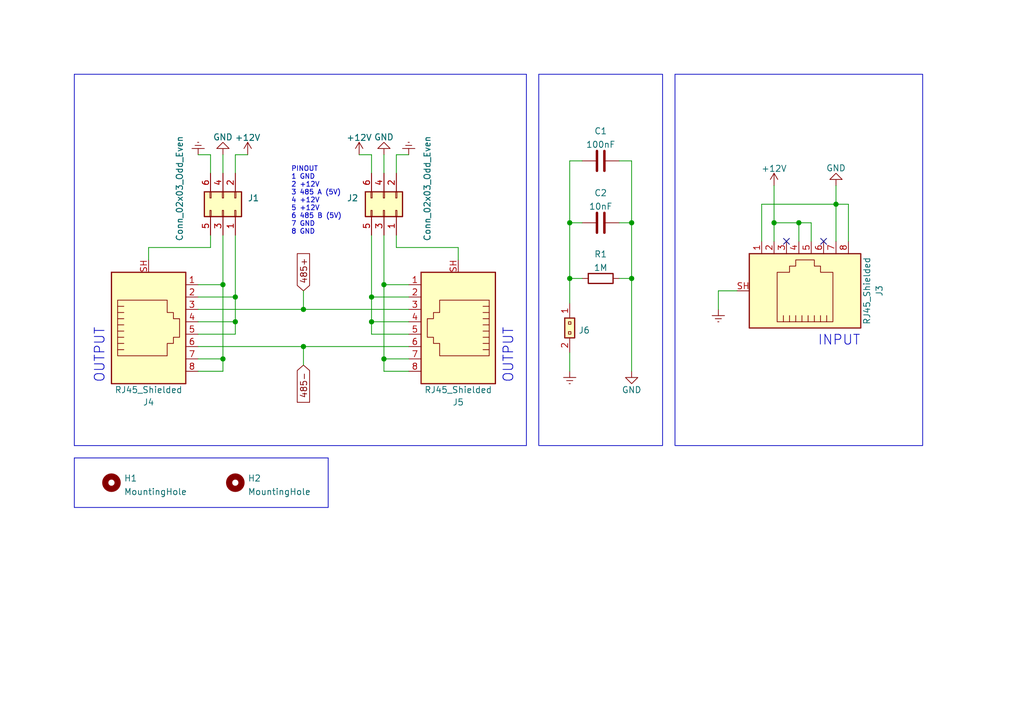
<source format=kicad_sch>
(kicad_sch (version 20230121) (generator eeschema)

  (uuid e63e39d7-6ac0-4ffd-8aa3-1841a4541b55)

  (paper "A5")

  (lib_symbols
    (symbol "Connector:RJ45_Shielded" (pin_names (offset 1.016)) (in_bom yes) (on_board yes)
      (property "Reference" "J" (at -5.08 13.97 0)
        (effects (font (size 1.27 1.27)) (justify right))
      )
      (property "Value" "RJ45_Shielded" (at 2.54 13.97 0)
        (effects (font (size 1.27 1.27)) (justify left))
      )
      (property "Footprint" "" (at 0 0.635 90)
        (effects (font (size 1.27 1.27)) hide)
      )
      (property "Datasheet" "~" (at 0 0.635 90)
        (effects (font (size 1.27 1.27)) hide)
      )
      (property "ki_keywords" "8P8C RJ female connector" (at 0 0 0)
        (effects (font (size 1.27 1.27)) hide)
      )
      (property "ki_description" "RJ connector, 8P8C (8 positions 8 connected), Shielded" (at 0 0 0)
        (effects (font (size 1.27 1.27)) hide)
      )
      (property "ki_fp_filters" "8P8C* RJ31* RJ32* RJ33* RJ34* RJ35* RJ41* RJ45* RJ49* RJ61*" (at 0 0 0)
        (effects (font (size 1.27 1.27)) hide)
      )
      (symbol "RJ45_Shielded_0_1"
        (polyline
          (pts
            (xy -5.08 4.445)
            (xy -6.35 4.445)
          )
          (stroke (width 0) (type default))
          (fill (type none))
        )
        (polyline
          (pts
            (xy -5.08 5.715)
            (xy -6.35 5.715)
          )
          (stroke (width 0) (type default))
          (fill (type none))
        )
        (polyline
          (pts
            (xy -6.35 -3.175)
            (xy -5.08 -3.175)
            (xy -5.08 -3.175)
          )
          (stroke (width 0) (type default))
          (fill (type none))
        )
        (polyline
          (pts
            (xy -6.35 -1.905)
            (xy -5.08 -1.905)
            (xy -5.08 -1.905)
          )
          (stroke (width 0) (type default))
          (fill (type none))
        )
        (polyline
          (pts
            (xy -6.35 -0.635)
            (xy -5.08 -0.635)
            (xy -5.08 -0.635)
          )
          (stroke (width 0) (type default))
          (fill (type none))
        )
        (polyline
          (pts
            (xy -6.35 0.635)
            (xy -5.08 0.635)
            (xy -5.08 0.635)
          )
          (stroke (width 0) (type default))
          (fill (type none))
        )
        (polyline
          (pts
            (xy -6.35 1.905)
            (xy -5.08 1.905)
            (xy -5.08 1.905)
          )
          (stroke (width 0) (type default))
          (fill (type none))
        )
        (polyline
          (pts
            (xy -5.08 3.175)
            (xy -6.35 3.175)
            (xy -6.35 3.175)
          )
          (stroke (width 0) (type default))
          (fill (type none))
        )
        (polyline
          (pts
            (xy -6.35 -4.445)
            (xy -6.35 6.985)
            (xy 3.81 6.985)
            (xy 3.81 4.445)
            (xy 5.08 4.445)
            (xy 5.08 3.175)
            (xy 6.35 3.175)
            (xy 6.35 -0.635)
            (xy 5.08 -0.635)
            (xy 5.08 -1.905)
            (xy 3.81 -1.905)
            (xy 3.81 -4.445)
            (xy -6.35 -4.445)
            (xy -6.35 -4.445)
          )
          (stroke (width 0) (type default))
          (fill (type none))
        )
        (rectangle (start 7.62 12.7) (end -7.62 -10.16)
          (stroke (width 0.254) (type default))
          (fill (type background))
        )
      )
      (symbol "RJ45_Shielded_1_1"
        (pin passive line (at 10.16 -7.62 180) (length 2.54)
          (name "~" (effects (font (size 1.27 1.27))))
          (number "1" (effects (font (size 1.27 1.27))))
        )
        (pin passive line (at 10.16 -5.08 180) (length 2.54)
          (name "~" (effects (font (size 1.27 1.27))))
          (number "2" (effects (font (size 1.27 1.27))))
        )
        (pin passive line (at 10.16 -2.54 180) (length 2.54)
          (name "~" (effects (font (size 1.27 1.27))))
          (number "3" (effects (font (size 1.27 1.27))))
        )
        (pin passive line (at 10.16 0 180) (length 2.54)
          (name "~" (effects (font (size 1.27 1.27))))
          (number "4" (effects (font (size 1.27 1.27))))
        )
        (pin passive line (at 10.16 2.54 180) (length 2.54)
          (name "~" (effects (font (size 1.27 1.27))))
          (number "5" (effects (font (size 1.27 1.27))))
        )
        (pin passive line (at 10.16 5.08 180) (length 2.54)
          (name "~" (effects (font (size 1.27 1.27))))
          (number "6" (effects (font (size 1.27 1.27))))
        )
        (pin passive line (at 10.16 7.62 180) (length 2.54)
          (name "~" (effects (font (size 1.27 1.27))))
          (number "7" (effects (font (size 1.27 1.27))))
        )
        (pin passive line (at 10.16 10.16 180) (length 2.54)
          (name "~" (effects (font (size 1.27 1.27))))
          (number "8" (effects (font (size 1.27 1.27))))
        )
        (pin passive line (at 0 -12.7 90) (length 2.54)
          (name "~" (effects (font (size 1.27 1.27))))
          (number "SH" (effects (font (size 1.27 1.27))))
        )
      )
    )
    (symbol "Connector_Generic:Conn_02x03_Odd_Even" (pin_names (offset 1.016) hide) (in_bom yes) (on_board yes)
      (property "Reference" "J" (at 1.27 5.08 0)
        (effects (font (size 1.27 1.27)))
      )
      (property "Value" "Conn_02x03_Odd_Even" (at 1.27 -5.08 0)
        (effects (font (size 1.27 1.27)))
      )
      (property "Footprint" "" (at 0 0 0)
        (effects (font (size 1.27 1.27)) hide)
      )
      (property "Datasheet" "~" (at 0 0 0)
        (effects (font (size 1.27 1.27)) hide)
      )
      (property "ki_keywords" "connector" (at 0 0 0)
        (effects (font (size 1.27 1.27)) hide)
      )
      (property "ki_description" "Generic connector, double row, 02x03, odd/even pin numbering scheme (row 1 odd numbers, row 2 even numbers), script generated (kicad-library-utils/schlib/autogen/connector/)" (at 0 0 0)
        (effects (font (size 1.27 1.27)) hide)
      )
      (property "ki_fp_filters" "Connector*:*_2x??_*" (at 0 0 0)
        (effects (font (size 1.27 1.27)) hide)
      )
      (symbol "Conn_02x03_Odd_Even_1_1"
        (rectangle (start -1.27 -2.413) (end 0 -2.667)
          (stroke (width 0.1524) (type default))
          (fill (type none))
        )
        (rectangle (start -1.27 0.127) (end 0 -0.127)
          (stroke (width 0.1524) (type default))
          (fill (type none))
        )
        (rectangle (start -1.27 2.667) (end 0 2.413)
          (stroke (width 0.1524) (type default))
          (fill (type none))
        )
        (rectangle (start -1.27 3.81) (end 3.81 -3.81)
          (stroke (width 0.254) (type default))
          (fill (type background))
        )
        (rectangle (start 3.81 -2.413) (end 2.54 -2.667)
          (stroke (width 0.1524) (type default))
          (fill (type none))
        )
        (rectangle (start 3.81 0.127) (end 2.54 -0.127)
          (stroke (width 0.1524) (type default))
          (fill (type none))
        )
        (rectangle (start 3.81 2.667) (end 2.54 2.413)
          (stroke (width 0.1524) (type default))
          (fill (type none))
        )
        (pin passive line (at -5.08 2.54 0) (length 3.81)
          (name "Pin_1" (effects (font (size 1.27 1.27))))
          (number "1" (effects (font (size 1.27 1.27))))
        )
        (pin passive line (at 7.62 2.54 180) (length 3.81)
          (name "Pin_2" (effects (font (size 1.27 1.27))))
          (number "2" (effects (font (size 1.27 1.27))))
        )
        (pin passive line (at -5.08 0 0) (length 3.81)
          (name "Pin_3" (effects (font (size 1.27 1.27))))
          (number "3" (effects (font (size 1.27 1.27))))
        )
        (pin passive line (at 7.62 0 180) (length 3.81)
          (name "Pin_4" (effects (font (size 1.27 1.27))))
          (number "4" (effects (font (size 1.27 1.27))))
        )
        (pin passive line (at -5.08 -2.54 0) (length 3.81)
          (name "Pin_5" (effects (font (size 1.27 1.27))))
          (number "5" (effects (font (size 1.27 1.27))))
        )
        (pin passive line (at 7.62 -2.54 180) (length 3.81)
          (name "Pin_6" (effects (font (size 1.27 1.27))))
          (number "6" (effects (font (size 1.27 1.27))))
        )
      )
    )
    (symbol "Device:C" (pin_numbers hide) (pin_names (offset 0.254)) (in_bom yes) (on_board yes)
      (property "Reference" "C" (at 0.635 2.54 0)
        (effects (font (size 1.27 1.27)) (justify left))
      )
      (property "Value" "C" (at 0.635 -2.54 0)
        (effects (font (size 1.27 1.27)) (justify left))
      )
      (property "Footprint" "" (at 0.9652 -3.81 0)
        (effects (font (size 1.27 1.27)) hide)
      )
      (property "Datasheet" "~" (at 0 0 0)
        (effects (font (size 1.27 1.27)) hide)
      )
      (property "ki_keywords" "cap capacitor" (at 0 0 0)
        (effects (font (size 1.27 1.27)) hide)
      )
      (property "ki_description" "Unpolarized capacitor" (at 0 0 0)
        (effects (font (size 1.27 1.27)) hide)
      )
      (property "ki_fp_filters" "C_*" (at 0 0 0)
        (effects (font (size 1.27 1.27)) hide)
      )
      (symbol "C_0_1"
        (polyline
          (pts
            (xy -2.032 -0.762)
            (xy 2.032 -0.762)
          )
          (stroke (width 0.508) (type default))
          (fill (type none))
        )
        (polyline
          (pts
            (xy -2.032 0.762)
            (xy 2.032 0.762)
          )
          (stroke (width 0.508) (type default))
          (fill (type none))
        )
      )
      (symbol "C_1_1"
        (pin passive line (at 0 3.81 270) (length 2.794)
          (name "~" (effects (font (size 1.27 1.27))))
          (number "1" (effects (font (size 1.27 1.27))))
        )
        (pin passive line (at 0 -3.81 90) (length 2.794)
          (name "~" (effects (font (size 1.27 1.27))))
          (number "2" (effects (font (size 1.27 1.27))))
        )
      )
    )
    (symbol "Device:R" (pin_numbers hide) (pin_names (offset 0)) (in_bom yes) (on_board yes)
      (property "Reference" "R" (at 2.032 0 90)
        (effects (font (size 1.27 1.27)))
      )
      (property "Value" "R" (at 0 0 90)
        (effects (font (size 1.27 1.27)))
      )
      (property "Footprint" "" (at -1.778 0 90)
        (effects (font (size 1.27 1.27)) hide)
      )
      (property "Datasheet" "~" (at 0 0 0)
        (effects (font (size 1.27 1.27)) hide)
      )
      (property "ki_keywords" "R res resistor" (at 0 0 0)
        (effects (font (size 1.27 1.27)) hide)
      )
      (property "ki_description" "Resistor" (at 0 0 0)
        (effects (font (size 1.27 1.27)) hide)
      )
      (property "ki_fp_filters" "R_*" (at 0 0 0)
        (effects (font (size 1.27 1.27)) hide)
      )
      (symbol "R_0_1"
        (rectangle (start -1.016 -2.54) (end 1.016 2.54)
          (stroke (width 0.254) (type default))
          (fill (type none))
        )
      )
      (symbol "R_1_1"
        (pin passive line (at 0 3.81 270) (length 1.27)
          (name "~" (effects (font (size 1.27 1.27))))
          (number "1" (effects (font (size 1.27 1.27))))
        )
        (pin passive line (at 0 -3.81 90) (length 1.27)
          (name "~" (effects (font (size 1.27 1.27))))
          (number "2" (effects (font (size 1.27 1.27))))
        )
      )
    )
    (symbol "Mechanical:MountingHole" (pin_names (offset 1.016)) (in_bom yes) (on_board yes)
      (property "Reference" "H" (at 0 5.08 0)
        (effects (font (size 1.27 1.27)))
      )
      (property "Value" "MountingHole" (at 0 3.175 0)
        (effects (font (size 1.27 1.27)))
      )
      (property "Footprint" "" (at 0 0 0)
        (effects (font (size 1.27 1.27)) hide)
      )
      (property "Datasheet" "~" (at 0 0 0)
        (effects (font (size 1.27 1.27)) hide)
      )
      (property "ki_keywords" "mounting hole" (at 0 0 0)
        (effects (font (size 1.27 1.27)) hide)
      )
      (property "ki_description" "Mounting Hole without connection" (at 0 0 0)
        (effects (font (size 1.27 1.27)) hide)
      )
      (property "ki_fp_filters" "MountingHole*" (at 0 0 0)
        (effects (font (size 1.27 1.27)) hide)
      )
      (symbol "MountingHole_0_1"
        (circle (center 0 0) (radius 1.27)
          (stroke (width 1.27) (type default))
          (fill (type none))
        )
      )
    )
    (symbol "kiu:1x02_Jumper" (in_bom yes) (on_board yes)
      (property "Reference" "J" (at 0 2.54 0)
        (effects (font (size 1.27 1.27)))
      )
      (property "Value" "1x02_Jumper" (at 0 -2.54 0)
        (effects (font (size 1.27 1.27)) hide)
      )
      (property "Footprint" "" (at 0 0 0)
        (effects (font (size 1.27 1.27)) hide)
      )
      (property "Datasheet" "" (at 0 0 0)
        (effects (font (size 1.27 1.27)) hide)
      )
      (symbol "1x02_Jumper_0_1"
        (rectangle (start -1.27 0.254) (end -0.762 -0.254)
          (stroke (width 0.1524) (type default))
          (fill (type none))
        )
        (rectangle (start 0.762 0.254) (end 1.27 -0.254)
          (stroke (width 0.1524) (type default))
          (fill (type none))
        )
      )
      (symbol "1x02_Jumper_1_1"
        (rectangle (start -2.032 1.016) (end 2.032 -1.016)
          (stroke (width 0.254) (type default))
          (fill (type background))
        )
        (pin passive line (at -5.08 0 0) (length 3.04)
          (name "" (effects (font (size 1.27 1.27))))
          (number "1" (effects (font (size 1.27 1.27))))
        )
        (pin passive line (at 5.08 0 180) (length 3.04)
          (name "" (effects (font (size 1.27 1.27))))
          (number "2" (effects (font (size 1.27 1.27))))
        )
      )
    )
    (symbol "power:+12V" (power) (pin_names (offset 0)) (in_bom yes) (on_board yes)
      (property "Reference" "#PWR" (at 0 -3.81 0)
        (effects (font (size 1.27 1.27)) hide)
      )
      (property "Value" "+12V" (at 0 3.556 0)
        (effects (font (size 1.27 1.27)))
      )
      (property "Footprint" "" (at 0 0 0)
        (effects (font (size 1.27 1.27)) hide)
      )
      (property "Datasheet" "" (at 0 0 0)
        (effects (font (size 1.27 1.27)) hide)
      )
      (property "ki_keywords" "global power" (at 0 0 0)
        (effects (font (size 1.27 1.27)) hide)
      )
      (property "ki_description" "Power symbol creates a global label with name \"+12V\"" (at 0 0 0)
        (effects (font (size 1.27 1.27)) hide)
      )
      (symbol "+12V_0_1"
        (polyline
          (pts
            (xy -0.762 1.27)
            (xy 0 2.54)
          )
          (stroke (width 0) (type default))
          (fill (type none))
        )
        (polyline
          (pts
            (xy 0 0)
            (xy 0 2.54)
          )
          (stroke (width 0) (type default))
          (fill (type none))
        )
        (polyline
          (pts
            (xy 0 2.54)
            (xy 0.762 1.27)
          )
          (stroke (width 0) (type default))
          (fill (type none))
        )
      )
      (symbol "+12V_1_1"
        (pin power_in line (at 0 0 90) (length 0) hide
          (name "+12V" (effects (font (size 1.27 1.27))))
          (number "1" (effects (font (size 1.27 1.27))))
        )
      )
    )
    (symbol "power:Earth" (power) (pin_names (offset 0)) (in_bom yes) (on_board yes)
      (property "Reference" "#PWR" (at 0 -6.35 0)
        (effects (font (size 1.27 1.27)) hide)
      )
      (property "Value" "Earth" (at 0 -3.81 0)
        (effects (font (size 1.27 1.27)) hide)
      )
      (property "Footprint" "" (at 0 0 0)
        (effects (font (size 1.27 1.27)) hide)
      )
      (property "Datasheet" "~" (at 0 0 0)
        (effects (font (size 1.27 1.27)) hide)
      )
      (property "ki_keywords" "power-flag ground gnd" (at 0 0 0)
        (effects (font (size 1.27 1.27)) hide)
      )
      (property "ki_description" "Power symbol creates a global label with name \"Earth\"" (at 0 0 0)
        (effects (font (size 1.27 1.27)) hide)
      )
      (symbol "Earth_0_1"
        (polyline
          (pts
            (xy -0.635 -1.905)
            (xy 0.635 -1.905)
          )
          (stroke (width 0) (type default))
          (fill (type none))
        )
        (polyline
          (pts
            (xy -0.127 -2.54)
            (xy 0.127 -2.54)
          )
          (stroke (width 0) (type default))
          (fill (type none))
        )
        (polyline
          (pts
            (xy 0 -1.27)
            (xy 0 0)
          )
          (stroke (width 0) (type default))
          (fill (type none))
        )
        (polyline
          (pts
            (xy 1.27 -1.27)
            (xy -1.27 -1.27)
          )
          (stroke (width 0) (type default))
          (fill (type none))
        )
      )
      (symbol "Earth_1_1"
        (pin power_in line (at 0 0 270) (length 0) hide
          (name "Earth" (effects (font (size 1.27 1.27))))
          (number "1" (effects (font (size 1.27 1.27))))
        )
      )
    )
    (symbol "power:GND" (power) (pin_names (offset 0)) (in_bom yes) (on_board yes)
      (property "Reference" "#PWR" (at 0 -6.35 0)
        (effects (font (size 1.27 1.27)) hide)
      )
      (property "Value" "GND" (at 0 -3.81 0)
        (effects (font (size 1.27 1.27)))
      )
      (property "Footprint" "" (at 0 0 0)
        (effects (font (size 1.27 1.27)) hide)
      )
      (property "Datasheet" "" (at 0 0 0)
        (effects (font (size 1.27 1.27)) hide)
      )
      (property "ki_keywords" "power-flag" (at 0 0 0)
        (effects (font (size 1.27 1.27)) hide)
      )
      (property "ki_description" "Power symbol creates a global label with name \"GND\" , ground" (at 0 0 0)
        (effects (font (size 1.27 1.27)) hide)
      )
      (symbol "GND_0_1"
        (polyline
          (pts
            (xy 0 0)
            (xy 0 -1.27)
            (xy 1.27 -1.27)
            (xy 0 -2.54)
            (xy -1.27 -1.27)
            (xy 0 -1.27)
          )
          (stroke (width 0) (type default))
          (fill (type none))
        )
      )
      (symbol "GND_1_1"
        (pin power_in line (at 0 0 270) (length 0) hide
          (name "GND" (effects (font (size 1.27 1.27))))
          (number "1" (effects (font (size 1.27 1.27))))
        )
      )
    )
  )

  (junction (at 78.74 58.42) (diameter 0) (color 0 0 0 0)
    (uuid 1aaed0d9-f778-481d-85d4-fdea37623d13)
  )
  (junction (at 62.23 63.5) (diameter 0) (color 0 0 0 0)
    (uuid 280dc5a3-42bd-46e6-a420-28246279bc5a)
  )
  (junction (at 76.2 66.04) (diameter 0) (color 0 0 0 0)
    (uuid 34ae0894-a75f-46c9-bbf7-e00a5bd02536)
  )
  (junction (at 62.23 71.12) (diameter 0) (color 0 0 0 0)
    (uuid 40f9af0c-d013-423a-916c-d4281e7b4853)
  )
  (junction (at 163.83 45.72) (diameter 0) (color 0 0 0 0)
    (uuid 5322af5c-f984-4c0b-8a7a-339fd16618c0)
  )
  (junction (at 78.74 73.66) (diameter 0) (color 0 0 0 0)
    (uuid 559ff4f7-6f8b-4b67-8202-b7320fb71b85)
  )
  (junction (at 76.2 60.96) (diameter 0) (color 0 0 0 0)
    (uuid 55c7b09d-c377-4a94-9a0d-5ea8bfebcc4c)
  )
  (junction (at 48.26 60.96) (diameter 0) (color 0 0 0 0)
    (uuid 6ccba65a-4335-4d09-9846-c1837ed23bfc)
  )
  (junction (at 129.54 45.72) (diameter 0) (color 0 0 0 0)
    (uuid 721670ed-bc88-4788-8aec-eb7911c5c8fd)
  )
  (junction (at 171.45 41.91) (diameter 0) (color 0 0 0 0)
    (uuid 76dcff34-cc6c-46f7-a4f5-65e26530deb6)
  )
  (junction (at 116.84 57.15) (diameter 0) (color 0 0 0 0)
    (uuid 77514ba1-9a6b-4251-b0eb-81c10e251b9e)
  )
  (junction (at 116.84 45.72) (diameter 0) (color 0 0 0 0)
    (uuid 80eafd0c-79fb-4cb6-a575-e999ff693e07)
  )
  (junction (at 45.72 58.42) (diameter 0) (color 0 0 0 0)
    (uuid 9020d967-3f34-413a-a2ed-85f6b1ed99f9)
  )
  (junction (at 129.54 57.15) (diameter 0) (color 0 0 0 0)
    (uuid 92711fc8-27e9-4777-bd45-eb494ec2a330)
  )
  (junction (at 45.72 73.66) (diameter 0) (color 0 0 0 0)
    (uuid b3c96d0b-6464-4d78-b7d0-de99ba897a87)
  )
  (junction (at 48.26 66.04) (diameter 0) (color 0 0 0 0)
    (uuid ba161faf-f8d0-410e-929d-dcbbd87e6a7e)
  )
  (junction (at 158.75 45.72) (diameter 0) (color 0 0 0 0)
    (uuid ec92fa4f-b590-4bf9-93ac-dbc47b42099d)
  )

  (no_connect (at 161.29 49.53) (uuid 35fc4d2b-446e-4dc7-8224-020db2642339))
  (no_connect (at 168.91 49.53) (uuid ad378553-a0b5-4a25-8d7e-1a42565b09bd))

  (wire (pts (xy 40.64 76.2) (xy 45.72 76.2))
    (stroke (width 0) (type default))
    (uuid 02752e87-8afa-490d-816e-cae41536f04d)
  )
  (wire (pts (xy 171.45 41.91) (xy 171.45 49.53))
    (stroke (width 0) (type default))
    (uuid 03636054-d574-4a70-8586-594b1e2f4bf7)
  )
  (wire (pts (xy 48.26 68.58) (xy 48.26 66.04))
    (stroke (width 0) (type default))
    (uuid 036d89e8-a787-4cc4-86e2-6951effe0326)
  )
  (wire (pts (xy 40.64 73.66) (xy 45.72 73.66))
    (stroke (width 0) (type default))
    (uuid 056f5d0c-9200-4da1-ad1b-c7b88c33edff)
  )
  (wire (pts (xy 129.54 57.15) (xy 129.54 76.2))
    (stroke (width 0) (type default))
    (uuid 0815c40d-dd92-4b2f-8c01-a41c39509e80)
  )
  (polyline (pts (xy 67.31 104.14) (xy 67.31 93.98))
    (stroke (width 0) (type default))
    (uuid 0ce3f431-f2f6-4b39-a635-a3cb8101c61a)
  )
  (polyline (pts (xy 15.24 93.98) (xy 15.24 104.14))
    (stroke (width 0) (type default))
    (uuid 14878aa3-f7e5-4e5a-86c9-c763b6e91692)
  )

  (wire (pts (xy 78.74 73.66) (xy 78.74 76.2))
    (stroke (width 0) (type default))
    (uuid 18c2b025-f4fa-4998-b773-fd64c5d5f82d)
  )
  (wire (pts (xy 76.2 60.96) (xy 76.2 66.04))
    (stroke (width 0) (type default))
    (uuid 1da94f4c-7452-4695-ae6a-be6c8c28382c)
  )
  (wire (pts (xy 127 33.02) (xy 129.54 33.02))
    (stroke (width 0) (type default))
    (uuid 241f0f98-a45b-432f-83f3-497a06a72493)
  )
  (wire (pts (xy 62.23 59.69) (xy 62.23 63.5))
    (stroke (width 0) (type default))
    (uuid 28da4994-ff0d-4eb2-8214-8d4d33a42628)
  )
  (wire (pts (xy 40.64 63.5) (xy 62.23 63.5))
    (stroke (width 0) (type default))
    (uuid 2d3573c1-18b8-4ec2-9ce9-bea043ed0d8d)
  )
  (wire (pts (xy 173.99 49.53) (xy 173.99 41.91))
    (stroke (width 0) (type default))
    (uuid 2d5f7742-fa89-4ea9-8392-2ecdfcb72058)
  )
  (polyline (pts (xy 15.24 93.98) (xy 67.31 93.98))
    (stroke (width 0) (type default))
    (uuid 325f22b0-b331-4d4b-8098-8cad32afc7b7)
  )

  (wire (pts (xy 116.84 33.02) (xy 116.84 45.72))
    (stroke (width 0) (type default))
    (uuid 33b2d1d3-5ccd-4bbd-a2cb-5bb0d930b7d9)
  )
  (wire (pts (xy 156.21 41.91) (xy 171.45 41.91))
    (stroke (width 0) (type default))
    (uuid 3434fe2f-357e-4d25-916e-42ce04be8b8b)
  )
  (polyline (pts (xy 15.24 15.24) (xy 15.24 91.44))
    (stroke (width 0) (type default))
    (uuid 38dc56ca-4146-41b8-8aec-bd09506b5df9)
  )

  (wire (pts (xy 93.98 50.8) (xy 81.28 50.8))
    (stroke (width 0) (type default))
    (uuid 41751959-8537-473f-acfa-8b2af0060ddc)
  )
  (wire (pts (xy 158.75 38.1) (xy 158.75 45.72))
    (stroke (width 0) (type default))
    (uuid 43432abc-ee1d-480a-989d-97411a8551be)
  )
  (polyline (pts (xy 107.95 15.24) (xy 15.24 15.24))
    (stroke (width 0) (type default))
    (uuid 46365344-e7b9-4360-8a64-616fbb869d15)
  )

  (wire (pts (xy 83.82 66.04) (xy 76.2 66.04))
    (stroke (width 0) (type default))
    (uuid 4902cc2d-95ae-4dbe-b768-2b51610ebdd2)
  )
  (wire (pts (xy 78.74 31.75) (xy 78.74 35.56))
    (stroke (width 0) (type default))
    (uuid 4b65f34e-5f0b-4a73-ad3d-cf54e5585931)
  )
  (wire (pts (xy 116.84 57.15) (xy 116.84 62.23))
    (stroke (width 0) (type default))
    (uuid 4e34c7e9-3966-46b7-893d-caa652949b36)
  )
  (wire (pts (xy 40.64 66.04) (xy 48.26 66.04))
    (stroke (width 0) (type default))
    (uuid 4fdf2032-a1c9-42ee-bd55-fc4f59dace8d)
  )
  (wire (pts (xy 163.83 45.72) (xy 158.75 45.72))
    (stroke (width 0) (type default))
    (uuid 524d9c1a-bb44-4790-8e5f-107dcd49f2f2)
  )
  (wire (pts (xy 43.18 35.56) (xy 43.18 31.75))
    (stroke (width 0) (type default))
    (uuid 541309b1-480c-49eb-9bc1-71d35fbed750)
  )
  (wire (pts (xy 76.2 68.58) (xy 76.2 66.04))
    (stroke (width 0) (type default))
    (uuid 54279748-6fb1-436c-b240-b8eaea8300ab)
  )
  (wire (pts (xy 45.72 48.26) (xy 45.72 58.42))
    (stroke (width 0) (type default))
    (uuid 5bb6c67b-f34d-4f73-bc57-4635b96226ab)
  )
  (wire (pts (xy 163.83 49.53) (xy 163.83 45.72))
    (stroke (width 0) (type default))
    (uuid 5cdade65-d786-4949-bce6-b32382748d1b)
  )
  (wire (pts (xy 40.64 58.42) (xy 45.72 58.42))
    (stroke (width 0) (type default))
    (uuid 5ee89c1e-1055-4afa-b212-d47a8362c343)
  )
  (wire (pts (xy 76.2 35.56) (xy 76.2 31.75))
    (stroke (width 0) (type default))
    (uuid 6159954f-2903-41ea-87f0-4ea3cb51c92a)
  )
  (wire (pts (xy 45.72 73.66) (xy 45.72 76.2))
    (stroke (width 0) (type default))
    (uuid 62c4b9e6-bf69-4cac-bf7f-f751dfd98ea5)
  )
  (polyline (pts (xy 15.24 104.14) (xy 67.31 104.14))
    (stroke (width 0) (type default))
    (uuid 62eebd2e-0492-48b4-953c-a8a55d9037d8)
  )

  (wire (pts (xy 127 45.72) (xy 129.54 45.72))
    (stroke (width 0) (type default))
    (uuid 67bb123a-b09d-4c04-be53-c4f673e09891)
  )
  (wire (pts (xy 45.72 58.42) (xy 45.72 73.66))
    (stroke (width 0) (type default))
    (uuid 6953dc45-af1c-4c1a-afce-3f0feed31795)
  )
  (wire (pts (xy 30.48 50.8) (xy 43.18 50.8))
    (stroke (width 0) (type default))
    (uuid 6ce737cb-23e5-4847-922b-255ea0835b35)
  )
  (wire (pts (xy 166.37 49.53) (xy 166.37 45.72))
    (stroke (width 0) (type default))
    (uuid 70f7b93a-9f02-4892-8d81-e8d2338837fb)
  )
  (wire (pts (xy 48.26 35.56) (xy 48.26 31.75))
    (stroke (width 0) (type default))
    (uuid 741da247-cba8-428b-9163-588c723d27da)
  )
  (wire (pts (xy 40.64 60.96) (xy 48.26 60.96))
    (stroke (width 0) (type default))
    (uuid 748afc84-79bf-42f8-a84e-f69bbb6a1668)
  )
  (wire (pts (xy 129.54 33.02) (xy 129.54 45.72))
    (stroke (width 0) (type default))
    (uuid 7a9d2e8c-47ad-46a0-970e-c6b0cb371e35)
  )
  (wire (pts (xy 147.32 59.69) (xy 147.32 63.5))
    (stroke (width 0) (type default))
    (uuid 7ab593d9-359d-4d2c-b46e-273e3305fe4b)
  )
  (polyline (pts (xy 107.95 91.44) (xy 107.95 15.24))
    (stroke (width 0) (type default))
    (uuid 7f7b590c-c392-4af4-a0af-82cfda279e43)
  )

  (wire (pts (xy 48.26 60.96) (xy 48.26 66.04))
    (stroke (width 0) (type default))
    (uuid 819ca1a1-9922-4280-afa8-9045d4bc49b1)
  )
  (wire (pts (xy 78.74 73.66) (xy 83.82 73.66))
    (stroke (width 0) (type default))
    (uuid 8218d3fa-131f-48de-a73d-c6145ea4ef92)
  )
  (wire (pts (xy 116.84 72.39) (xy 116.84 76.2))
    (stroke (width 0) (type default))
    (uuid 82e1d53c-0f00-4d8d-b00f-b7c8ecff9d7e)
  )
  (wire (pts (xy 40.64 68.58) (xy 48.26 68.58))
    (stroke (width 0) (type default))
    (uuid 8c74a00b-8b7e-43c3-95d8-40fa943d75c9)
  )
  (wire (pts (xy 43.18 31.75) (xy 40.64 31.75))
    (stroke (width 0) (type default))
    (uuid 949133d6-a4e4-451f-a1e4-313130a7b528)
  )
  (wire (pts (xy 83.82 68.58) (xy 76.2 68.58))
    (stroke (width 0) (type default))
    (uuid 96aac55b-4efb-4329-9e80-b0bd554ba26f)
  )
  (wire (pts (xy 78.74 58.42) (xy 83.82 58.42))
    (stroke (width 0) (type default))
    (uuid 97c03957-471b-4879-a712-f11e92575643)
  )
  (wire (pts (xy 62.23 63.5) (xy 83.82 63.5))
    (stroke (width 0) (type default))
    (uuid 9ce516d6-43a8-40ae-82a5-badf2b94461a)
  )
  (wire (pts (xy 48.26 31.75) (xy 50.8 31.75))
    (stroke (width 0) (type default))
    (uuid 9ef746b3-405a-4a36-af5f-8d3a985a97bf)
  )
  (wire (pts (xy 173.99 41.91) (xy 171.45 41.91))
    (stroke (width 0) (type default))
    (uuid a5537072-f033-4a5c-9871-056d5acd6f2f)
  )
  (wire (pts (xy 116.84 57.15) (xy 119.38 57.15))
    (stroke (width 0) (type default))
    (uuid a59c8517-8848-4632-8ac2-155fd7ff97e8)
  )
  (wire (pts (xy 129.54 45.72) (xy 129.54 57.15))
    (stroke (width 0) (type default))
    (uuid a7c74fd8-631f-4fac-aec6-3ad2d19926e1)
  )
  (wire (pts (xy 43.18 50.8) (xy 43.18 48.26))
    (stroke (width 0) (type default))
    (uuid a9b87569-438e-4bf6-a52f-0e5c38549d55)
  )
  (wire (pts (xy 76.2 60.96) (xy 83.82 60.96))
    (stroke (width 0) (type default))
    (uuid ab84a227-7a8b-4a9a-8b6f-554c73c8f712)
  )
  (wire (pts (xy 76.2 31.75) (xy 73.66 31.75))
    (stroke (width 0) (type default))
    (uuid aeaeb465-0316-43bb-970f-9e2dff0b9a1a)
  )
  (wire (pts (xy 119.38 33.02) (xy 116.84 33.02))
    (stroke (width 0) (type default))
    (uuid b3443cfd-fee9-4447-91d5-75aba34ec9f5)
  )
  (wire (pts (xy 78.74 48.26) (xy 78.74 58.42))
    (stroke (width 0) (type default))
    (uuid bbc3f8cf-e574-4f84-8aef-4c00b35c0531)
  )
  (wire (pts (xy 48.26 48.26) (xy 48.26 60.96))
    (stroke (width 0) (type default))
    (uuid bc2fb9b3-bdc5-4081-b6a9-733cd597f226)
  )
  (wire (pts (xy 156.21 49.53) (xy 156.21 41.91))
    (stroke (width 0) (type default))
    (uuid c2454a37-2063-4cf5-8633-92bc57296c9d)
  )
  (wire (pts (xy 93.98 53.34) (xy 93.98 50.8))
    (stroke (width 0) (type default))
    (uuid c645c558-5469-4c29-af28-72129ced372b)
  )
  (wire (pts (xy 127 57.15) (xy 129.54 57.15))
    (stroke (width 0) (type default))
    (uuid c65308f0-3eb9-4e87-927b-70d544a7b1a3)
  )
  (wire (pts (xy 81.28 31.75) (xy 83.82 31.75))
    (stroke (width 0) (type default))
    (uuid cb73aa1b-7f0e-4e5d-88aa-712e00b4ecff)
  )
  (wire (pts (xy 62.23 71.12) (xy 62.23 74.93))
    (stroke (width 0) (type default))
    (uuid d0421f43-5859-485e-a0c6-4110821d291b)
  )
  (wire (pts (xy 158.75 45.72) (xy 158.75 49.53))
    (stroke (width 0) (type default))
    (uuid d30ecbd3-558e-4946-a89b-c8db97aec89b)
  )
  (wire (pts (xy 45.72 31.75) (xy 45.72 35.56))
    (stroke (width 0) (type default))
    (uuid d4debf19-85a8-4914-acd6-c72e15a9239d)
  )
  (wire (pts (xy 116.84 45.72) (xy 119.38 45.72))
    (stroke (width 0) (type default))
    (uuid d551305f-35ff-4dab-9fd2-b7df2b9d7a85)
  )
  (wire (pts (xy 83.82 76.2) (xy 78.74 76.2))
    (stroke (width 0) (type default))
    (uuid dce63753-59a0-43cf-9aff-d46aebbf8842)
  )
  (wire (pts (xy 116.84 45.72) (xy 116.84 57.15))
    (stroke (width 0) (type default))
    (uuid dd41253d-4e85-4073-8789-c8890f429316)
  )
  (wire (pts (xy 166.37 45.72) (xy 163.83 45.72))
    (stroke (width 0) (type default))
    (uuid e33b7473-4af3-4239-bcb1-f113f242068a)
  )
  (wire (pts (xy 30.48 53.34) (xy 30.48 50.8))
    (stroke (width 0) (type default))
    (uuid e58d0dd7-c10a-4958-b30e-ef3184638cc5)
  )
  (polyline (pts (xy 15.24 91.44) (xy 107.95 91.44))
    (stroke (width 0) (type default))
    (uuid e9335b9e-2af9-4fa1-b38b-af6c370a95c9)
  )

  (wire (pts (xy 81.28 35.56) (xy 81.28 31.75))
    (stroke (width 0) (type default))
    (uuid f2e02a86-61b8-4577-a281-bcb99dd92373)
  )
  (wire (pts (xy 151.13 59.69) (xy 147.32 59.69))
    (stroke (width 0) (type default))
    (uuid f8c27455-d66e-4673-a01e-5dface348796)
  )
  (wire (pts (xy 78.74 58.42) (xy 78.74 73.66))
    (stroke (width 0) (type default))
    (uuid f9751d28-5144-4846-9883-2828d0d84bf8)
  )
  (wire (pts (xy 76.2 48.26) (xy 76.2 60.96))
    (stroke (width 0) (type default))
    (uuid fab1830d-e1a0-4acd-b931-b01fe56d3e9c)
  )
  (wire (pts (xy 40.64 71.12) (xy 62.23 71.12))
    (stroke (width 0) (type default))
    (uuid fad61e34-1e1b-4316-8f88-ea5b1e3f4c0f)
  )
  (wire (pts (xy 171.45 38.1) (xy 171.45 41.91))
    (stroke (width 0) (type default))
    (uuid fb035907-f212-4a29-a594-97f7ac744d4e)
  )
  (wire (pts (xy 81.28 50.8) (xy 81.28 48.26))
    (stroke (width 0) (type default))
    (uuid fb2a3857-0731-400a-a6cc-226cc0ce5ee6)
  )
  (wire (pts (xy 62.23 71.12) (xy 83.82 71.12))
    (stroke (width 0) (type default))
    (uuid fbb64622-36a4-433d-8e29-1e2867b5d5e1)
  )

  (rectangle (start 138.43 15.24) (end 189.23 91.44)
    (stroke (width 0) (type default))
    (fill (type none))
    (uuid b76c2655-4a07-4ae3-976f-a9afd0161216)
  )
  (rectangle (start 110.49 15.24) (end 135.89 91.44)
    (stroke (width 0) (type solid))
    (fill (type none))
    (uuid b82e7549-b1d7-47ca-a23a-26c7e8bdbaa1)
  )

  (text "PINOUT\n1 GND\n2 +12V\n3 485 A (5V)\n4 +12V\n5 +12V\n6 485 B (5V)\n7 GND\n8 GND\n"
    (at 59.69 48.26 0)
    (effects (font (size 1 1)) (justify left bottom))
    (uuid 40b04c60-9b08-42c1-97b5-08b2bdbe5608)
  )
  (text "INPUT" (at 176.53 71.12 0)
    (effects (font (size 2 2)) (justify right bottom))
    (uuid 75de3dc4-693b-4056-9611-e17647f56a51)
  )
  (text "OUTPUT" (at 105.41 78.74 90)
    (effects (font (size 2 2)) (justify left bottom))
    (uuid ba97a481-5128-4143-8210-e18e6a10c792)
  )
  (text "OUTPUT" (at 21.59 78.74 90)
    (effects (font (size 2 2)) (justify left bottom))
    (uuid c627a2b7-7b2a-42f2-8fc7-70e7a34af7bd)
  )

  (global_label "485+" (shape input) (at 62.23 59.69 90) (fields_autoplaced)
    (effects (font (size 1.27 1.27)) (justify left))
    (uuid 569a0e33-2699-49de-845e-1e4d7dd819df)
    (property "Intersheetrefs" "${INTERSHEET_REFS}" (at 62.1506 52.0759 90)
      (effects (font (size 1.27 1.27)) (justify left) hide)
    )
  )
  (global_label "485-" (shape input) (at 62.23 74.93 270) (fields_autoplaced)
    (effects (font (size 1.27 1.27)) (justify right))
    (uuid f7492be9-42a3-4d82-948b-2801457469a4)
    (property "Intersheetrefs" "${INTERSHEET_REFS}" (at 62.1506 82.5441 90)
      (effects (font (size 1.27 1.27)) (justify right) hide)
    )
  )

  (symbol (lib_id "Connector:RJ45_Shielded") (at 163.83 59.69 270) (mirror x) (unit 1)
    (in_bom yes) (on_board yes) (dnp no)
    (uuid 166802b1-f7a1-48dc-9753-41314883c4bb)
    (property "Reference" "J3" (at 180.34 59.69 0)
      (effects (font (size 1.27 1.27)))
    )
    (property "Value" "RJ45_Shielded" (at 177.8 59.69 0)
      (effects (font (size 1.27 1.27)))
    )
    (property "Footprint" "kiu:GDLX-S-88K" (at 164.465 59.69 90)
      (effects (font (size 1.27 1.27)) hide)
    )
    (property "Datasheet" "~" (at 164.465 59.69 90)
      (effects (font (size 1.27 1.27)) hide)
    )
    (pin "1" (uuid 2ddb06d6-96dc-4da9-b385-a0637aa23942))
    (pin "2" (uuid 9358724a-85e0-438c-9661-452b0e85a999))
    (pin "3" (uuid 007184f7-9e6c-4c58-8cd5-7f75b6e5a13c))
    (pin "4" (uuid b0334340-067d-4654-8789-4f4d4b940d45))
    (pin "5" (uuid c1ac7988-49c9-400c-a951-6b08c7518bc8))
    (pin "6" (uuid 384eb74a-de16-47fc-8022-5583f673408e))
    (pin "7" (uuid af981d88-bc36-4698-a66a-1ee0bdc035f6))
    (pin "8" (uuid 7303e42f-327a-40cc-82c9-afca626756c1))
    (pin "SH" (uuid cafefcd4-ce3e-4638-a5db-f119a7f563ed))
    (instances
      (project "kha-pwr-rj45"
        (path "/e63e39d7-6ac0-4ffd-8aa3-1841a4541b55"
          (reference "J3") (unit 1)
        )
      )
    )
  )

  (symbol (lib_id "power:GND") (at 129.54 76.2 0) (unit 1)
    (in_bom yes) (on_board yes) (dnp no)
    (uuid 1879eb5c-7dde-4497-803a-d17126576366)
    (property "Reference" "#PWR011" (at 129.54 82.55 0)
      (effects (font (size 1.27 1.27)) hide)
    )
    (property "Value" "GND" (at 129.54 80.01 0)
      (effects (font (size 1.27 1.27)))
    )
    (property "Footprint" "" (at 129.54 76.2 0)
      (effects (font (size 1.27 1.27)) hide)
    )
    (property "Datasheet" "" (at 129.54 76.2 0)
      (effects (font (size 1.27 1.27)) hide)
    )
    (pin "1" (uuid 382789d5-f6cb-410e-8bb5-8710e1dfb3e8))
    (instances
      (project "kha-pwr-rj45"
        (path "/e63e39d7-6ac0-4ffd-8aa3-1841a4541b55"
          (reference "#PWR011") (unit 1)
        )
      )
    )
  )

  (symbol (lib_id "Mechanical:MountingHole") (at 22.86 99.06 0) (unit 1)
    (in_bom yes) (on_board yes) (dnp no) (fields_autoplaced)
    (uuid 19c54712-e1e3-4f5c-8f34-d34a3732f18b)
    (property "Reference" "H1" (at 25.4 98.1515 0)
      (effects (font (size 1.27 1.27)) (justify left))
    )
    (property "Value" "MountingHole" (at 25.4 100.9266 0)
      (effects (font (size 1.27 1.27)) (justify left))
    )
    (property "Footprint" "MountingHole:MountingHole_3.2mm_M3" (at 22.86 99.06 0)
      (effects (font (size 1.27 1.27)) hide)
    )
    (property "Datasheet" "~" (at 22.86 99.06 0)
      (effects (font (size 1.27 1.27)) hide)
    )
    (instances
      (project "kha-pwr-rj45"
        (path "/e63e39d7-6ac0-4ffd-8aa3-1841a4541b55"
          (reference "H1") (unit 1)
        )
      )
    )
  )

  (symbol (lib_id "power:GND") (at 78.74 31.75 0) (mirror x) (unit 1)
    (in_bom yes) (on_board yes) (dnp no) (fields_autoplaced)
    (uuid 359916ff-56a4-4130-81dd-6ad5eddaa17c)
    (property "Reference" "#PWR05" (at 78.74 25.4 0)
      (effects (font (size 1.27 1.27)) hide)
    )
    (property "Value" "GND" (at 78.74 28.1455 0)
      (effects (font (size 1.27 1.27)))
    )
    (property "Footprint" "" (at 78.74 31.75 0)
      (effects (font (size 1.27 1.27)) hide)
    )
    (property "Datasheet" "" (at 78.74 31.75 0)
      (effects (font (size 1.27 1.27)) hide)
    )
    (pin "1" (uuid 8f4a3b77-50ec-41ec-afee-5fdc3fcc1d87))
    (instances
      (project "kha-pwr-rj45"
        (path "/e63e39d7-6ac0-4ffd-8aa3-1841a4541b55"
          (reference "#PWR05") (unit 1)
        )
      )
    )
  )

  (symbol (lib_id "power:+12V") (at 50.8 31.75 0) (unit 1)
    (in_bom yes) (on_board yes) (dnp no) (fields_autoplaced)
    (uuid 3acd4e43-0b83-432c-acec-942b9973cc55)
    (property "Reference" "#PWR03" (at 50.8 35.56 0)
      (effects (font (size 1.27 1.27)) hide)
    )
    (property "Value" "+12V" (at 50.8 28.2481 0)
      (effects (font (size 1.27 1.27)))
    )
    (property "Footprint" "" (at 50.8 31.75 0)
      (effects (font (size 1.27 1.27)) hide)
    )
    (property "Datasheet" "" (at 50.8 31.75 0)
      (effects (font (size 1.27 1.27)) hide)
    )
    (pin "1" (uuid a4699fe4-1df2-41c2-8720-a651b4060626))
    (instances
      (project "kha-pwr-rj45"
        (path "/e63e39d7-6ac0-4ffd-8aa3-1841a4541b55"
          (reference "#PWR03") (unit 1)
        )
      )
    )
  )

  (symbol (lib_id "Connector:RJ45_Shielded") (at 30.48 66.04 0) (mirror x) (unit 1)
    (in_bom yes) (on_board yes) (dnp no)
    (uuid 661e6904-fb2c-420d-b665-99f330e9f1e0)
    (property "Reference" "J4" (at 30.48 82.55 0)
      (effects (font (size 1.27 1.27)))
    )
    (property "Value" "RJ45_Shielded" (at 30.48 80.01 0)
      (effects (font (size 1.27 1.27)))
    )
    (property "Footprint" "kiu:GDLX-S-88K" (at 30.48 66.675 90)
      (effects (font (size 1.27 1.27)) hide)
    )
    (property "Datasheet" "~" (at 30.48 66.675 90)
      (effects (font (size 1.27 1.27)) hide)
    )
    (pin "1" (uuid 43a2305e-72be-4b90-915b-aa9046a561de))
    (pin "2" (uuid f250bdfe-92c5-4b84-9986-34a4203362e9))
    (pin "3" (uuid cf43d2ad-dcbd-445a-a646-1fd9a722c52b))
    (pin "4" (uuid 3095b0f9-78d5-4a07-b71c-f48a9c58e7ec))
    (pin "5" (uuid 556eaa74-9381-481c-92e8-5831de22ee29))
    (pin "6" (uuid a59beaac-ad6b-4af7-8712-34460574c822))
    (pin "7" (uuid 34c8e48c-df20-4761-b3de-cb194cc8b5a9))
    (pin "8" (uuid 6898fed6-7459-4344-a091-e4b8736e1332))
    (pin "SH" (uuid c4a62205-2988-49f5-bc6a-7613600d4793))
    (instances
      (project "kha-pwr-rj45"
        (path "/e63e39d7-6ac0-4ffd-8aa3-1841a4541b55"
          (reference "J4") (unit 1)
        )
      )
    )
  )

  (symbol (lib_id "power:GND") (at 171.45 38.1 180) (unit 1)
    (in_bom yes) (on_board yes) (dnp no) (fields_autoplaced)
    (uuid 6df09f1f-97c8-4f24-92c6-85ee8071334f)
    (property "Reference" "#PWR08" (at 171.45 31.75 0)
      (effects (font (size 1.27 1.27)) hide)
    )
    (property "Value" "GND" (at 171.45 34.4955 0)
      (effects (font (size 1.27 1.27)))
    )
    (property "Footprint" "" (at 171.45 38.1 0)
      (effects (font (size 1.27 1.27)) hide)
    )
    (property "Datasheet" "" (at 171.45 38.1 0)
      (effects (font (size 1.27 1.27)) hide)
    )
    (pin "1" (uuid 5a5938c6-4b27-4246-bf6f-e10e54d3817e))
    (instances
      (project "kha-pwr-rj45"
        (path "/e63e39d7-6ac0-4ffd-8aa3-1841a4541b55"
          (reference "#PWR08") (unit 1)
        )
      )
    )
  )

  (symbol (lib_id "power:+12V") (at 73.66 31.75 0) (unit 1)
    (in_bom yes) (on_board yes) (dnp no) (fields_autoplaced)
    (uuid 73f9d33e-cfb5-4eac-936d-21b7584979b8)
    (property "Reference" "#PWR04" (at 73.66 35.56 0)
      (effects (font (size 1.27 1.27)) hide)
    )
    (property "Value" "+12V" (at 73.66 28.2481 0)
      (effects (font (size 1.27 1.27)))
    )
    (property "Footprint" "" (at 73.66 31.75 0)
      (effects (font (size 1.27 1.27)) hide)
    )
    (property "Datasheet" "" (at 73.66 31.75 0)
      (effects (font (size 1.27 1.27)) hide)
    )
    (pin "1" (uuid 4ba30758-720c-457c-87f7-bfe4c5686677))
    (instances
      (project "kha-pwr-rj45"
        (path "/e63e39d7-6ac0-4ffd-8aa3-1841a4541b55"
          (reference "#PWR04") (unit 1)
        )
      )
    )
  )

  (symbol (lib_id "power:Earth") (at 40.64 31.75 180) (unit 1)
    (in_bom yes) (on_board yes) (dnp no) (fields_autoplaced)
    (uuid 7eb6ae21-32e2-4c93-b178-a0564f43d25c)
    (property "Reference" "#PWR01" (at 40.64 25.4 0)
      (effects (font (size 1.27 1.27)) hide)
    )
    (property "Value" "Earth" (at 40.64 27.94 0)
      (effects (font (size 1.27 1.27)) hide)
    )
    (property "Footprint" "" (at 40.64 31.75 0)
      (effects (font (size 1.27 1.27)) hide)
    )
    (property "Datasheet" "~" (at 40.64 31.75 0)
      (effects (font (size 1.27 1.27)) hide)
    )
    (pin "1" (uuid a05af406-256f-457e-9c94-61dc5d970ec4))
    (instances
      (project "kha-pwr-rj45"
        (path "/e63e39d7-6ac0-4ffd-8aa3-1841a4541b55"
          (reference "#PWR01") (unit 1)
        )
      )
    )
  )

  (symbol (lib_id "Connector:RJ45_Shielded") (at 93.98 66.04 180) (unit 1)
    (in_bom yes) (on_board yes) (dnp no)
    (uuid 8a5fafc3-63d8-4a60-ab8e-566fd7834f9e)
    (property "Reference" "J5" (at 93.98 82.55 0)
      (effects (font (size 1.27 1.27)))
    )
    (property "Value" "RJ45_Shielded" (at 93.98 80.01 0)
      (effects (font (size 1.27 1.27)))
    )
    (property "Footprint" "kiu:GDLX-S-88K" (at 93.98 66.675 90)
      (effects (font (size 1.27 1.27)) hide)
    )
    (property "Datasheet" "~" (at 93.98 66.675 90)
      (effects (font (size 1.27 1.27)) hide)
    )
    (pin "1" (uuid 2cc4b970-e155-42ad-b2e1-9cd4ab932a52))
    (pin "2" (uuid 5175b5d3-faae-4581-8bed-19d5f44aceaa))
    (pin "3" (uuid 2b68ca3a-4dbb-495c-b293-4770a5aa3729))
    (pin "4" (uuid 6e038a48-c7d5-4736-8a9a-ae3bf08fb8e1))
    (pin "5" (uuid a42ac32a-2ede-41fd-96db-030f54aaf804))
    (pin "6" (uuid 25a67e3a-8035-4359-9fe1-eeb3e09e4926))
    (pin "7" (uuid 2ee82e40-9c86-4e34-bac4-a1c5a528068e))
    (pin "8" (uuid 45a1f3f0-d029-44e1-9c64-3b372a0eb7f6))
    (pin "SH" (uuid 1114ca3f-212b-4c34-a0bb-8e2556d4a1ee))
    (instances
      (project "kha-pwr-rj45"
        (path "/e63e39d7-6ac0-4ffd-8aa3-1841a4541b55"
          (reference "J5") (unit 1)
        )
      )
    )
  )

  (symbol (lib_id "Device:C") (at 123.19 33.02 90) (unit 1)
    (in_bom yes) (on_board yes) (dnp no) (fields_autoplaced)
    (uuid 915c6f9d-c5cb-4ab2-b0b9-4bee97cc75b1)
    (property "Reference" "C1" (at 123.19 26.8945 90)
      (effects (font (size 1.27 1.27)))
    )
    (property "Value" "100nF" (at 123.19 29.6696 90)
      (effects (font (size 1.27 1.27)))
    )
    (property "Footprint" "Capacitor_SMD:C_0805_2012Metric" (at 127 32.0548 0)
      (effects (font (size 1.27 1.27)) hide)
    )
    (property "Datasheet" "~" (at 123.19 33.02 0)
      (effects (font (size 1.27 1.27)) hide)
    )
    (pin "1" (uuid f170ce98-75c5-463f-a3c9-08b288c17e48))
    (pin "2" (uuid c6e05d72-d49b-4a82-97a7-21c70bd4c1e1))
    (instances
      (project "kha-pwr-rj45"
        (path "/e63e39d7-6ac0-4ffd-8aa3-1841a4541b55"
          (reference "C1") (unit 1)
        )
      )
    )
  )

  (symbol (lib_id "power:Earth") (at 147.32 63.5 0) (unit 1)
    (in_bom yes) (on_board yes) (dnp no) (fields_autoplaced)
    (uuid 91c7b4e9-44ee-4837-a67f-ed7b5a5901d3)
    (property "Reference" "#PWR09" (at 147.32 69.85 0)
      (effects (font (size 1.27 1.27)) hide)
    )
    (property "Value" "Earth" (at 147.32 67.31 0)
      (effects (font (size 1.27 1.27)) hide)
    )
    (property "Footprint" "" (at 147.32 63.5 0)
      (effects (font (size 1.27 1.27)) hide)
    )
    (property "Datasheet" "~" (at 147.32 63.5 0)
      (effects (font (size 1.27 1.27)) hide)
    )
    (pin "1" (uuid db865996-5a3e-44ef-a70c-a50e80611e79))
    (instances
      (project "kha-pwr-rj45"
        (path "/e63e39d7-6ac0-4ffd-8aa3-1841a4541b55"
          (reference "#PWR09") (unit 1)
        )
      )
    )
  )

  (symbol (lib_id "Mechanical:MountingHole") (at 48.26 99.06 0) (unit 1)
    (in_bom yes) (on_board yes) (dnp no) (fields_autoplaced)
    (uuid 98527b9c-8f3e-4b7c-8002-5987b0cbb3fa)
    (property "Reference" "H2" (at 50.8 98.1515 0)
      (effects (font (size 1.27 1.27)) (justify left))
    )
    (property "Value" "MountingHole" (at 50.8 100.9266 0)
      (effects (font (size 1.27 1.27)) (justify left))
    )
    (property "Footprint" "MountingHole:MountingHole_3.2mm_M3" (at 48.26 99.06 0)
      (effects (font (size 1.27 1.27)) hide)
    )
    (property "Datasheet" "~" (at 48.26 99.06 0)
      (effects (font (size 1.27 1.27)) hide)
    )
    (instances
      (project "kha-pwr-rj45"
        (path "/e63e39d7-6ac0-4ffd-8aa3-1841a4541b55"
          (reference "H2") (unit 1)
        )
      )
    )
  )

  (symbol (lib_id "power:+12V") (at 158.75 38.1 0) (unit 1)
    (in_bom yes) (on_board yes) (dnp no) (fields_autoplaced)
    (uuid 9d4ef399-a453-47ab-8ded-4ce3460f1407)
    (property "Reference" "#PWR07" (at 158.75 41.91 0)
      (effects (font (size 1.27 1.27)) hide)
    )
    (property "Value" "+12V" (at 158.75 34.5981 0)
      (effects (font (size 1.27 1.27)))
    )
    (property "Footprint" "" (at 158.75 38.1 0)
      (effects (font (size 1.27 1.27)) hide)
    )
    (property "Datasheet" "" (at 158.75 38.1 0)
      (effects (font (size 1.27 1.27)) hide)
    )
    (pin "1" (uuid 73f76aaf-89db-4c83-841c-8c9bf34d8e10))
    (instances
      (project "kha-pwr-rj45"
        (path "/e63e39d7-6ac0-4ffd-8aa3-1841a4541b55"
          (reference "#PWR07") (unit 1)
        )
      )
    )
  )

  (symbol (lib_id "power:Earth") (at 83.82 31.75 0) (mirror x) (unit 1)
    (in_bom yes) (on_board yes) (dnp no) (fields_autoplaced)
    (uuid a929aac8-a594-4a42-a7f9-2505fca1c09b)
    (property "Reference" "#PWR06" (at 83.82 25.4 0)
      (effects (font (size 1.27 1.27)) hide)
    )
    (property "Value" "Earth" (at 83.82 27.94 0)
      (effects (font (size 1.27 1.27)) hide)
    )
    (property "Footprint" "" (at 83.82 31.75 0)
      (effects (font (size 1.27 1.27)) hide)
    )
    (property "Datasheet" "~" (at 83.82 31.75 0)
      (effects (font (size 1.27 1.27)) hide)
    )
    (pin "1" (uuid ec7b586b-9003-4ac0-afc8-8ce6e842ac08))
    (instances
      (project "kha-pwr-rj45"
        (path "/e63e39d7-6ac0-4ffd-8aa3-1841a4541b55"
          (reference "#PWR06") (unit 1)
        )
      )
    )
  )

  (symbol (lib_id "power:Earth") (at 116.84 76.2 0) (unit 1)
    (in_bom yes) (on_board yes) (dnp no) (fields_autoplaced)
    (uuid b51b2af3-a226-4188-b37f-9c5a7fe015ac)
    (property "Reference" "#PWR010" (at 116.84 82.55 0)
      (effects (font (size 1.27 1.27)) hide)
    )
    (property "Value" "Earth" (at 116.84 80.01 0)
      (effects (font (size 1.27 1.27)) hide)
    )
    (property "Footprint" "" (at 116.84 76.2 0)
      (effects (font (size 1.27 1.27)) hide)
    )
    (property "Datasheet" "~" (at 116.84 76.2 0)
      (effects (font (size 1.27 1.27)) hide)
    )
    (pin "1" (uuid 99046e88-3704-4774-b4ad-d4828be377a0))
    (instances
      (project "kha-pwr-rj45"
        (path "/e63e39d7-6ac0-4ffd-8aa3-1841a4541b55"
          (reference "#PWR010") (unit 1)
        )
      )
    )
  )

  (symbol (lib_id "power:GND") (at 45.72 31.75 180) (unit 1)
    (in_bom yes) (on_board yes) (dnp no) (fields_autoplaced)
    (uuid bd673f5f-e829-47c6-a934-0194be643ef7)
    (property "Reference" "#PWR02" (at 45.72 25.4 0)
      (effects (font (size 1.27 1.27)) hide)
    )
    (property "Value" "GND" (at 45.72 28.1455 0)
      (effects (font (size 1.27 1.27)))
    )
    (property "Footprint" "" (at 45.72 31.75 0)
      (effects (font (size 1.27 1.27)) hide)
    )
    (property "Datasheet" "" (at 45.72 31.75 0)
      (effects (font (size 1.27 1.27)) hide)
    )
    (pin "1" (uuid 756db19e-90fe-4f4c-b94f-39083a3722b1))
    (instances
      (project "kha-pwr-rj45"
        (path "/e63e39d7-6ac0-4ffd-8aa3-1841a4541b55"
          (reference "#PWR02") (unit 1)
        )
      )
    )
  )

  (symbol (lib_id "Connector_Generic:Conn_02x03_Odd_Even") (at 45.72 43.18 270) (mirror x) (unit 1)
    (in_bom yes) (on_board yes) (dnp no)
    (uuid d2b11c0f-0d72-41b6-b9c6-1c04174505e6)
    (property "Reference" "J1" (at 50.8 40.64 90)
      (effects (font (size 1.27 1.27)) (justify left))
    )
    (property "Value" "Conn_02x03_Odd_Even" (at 36.83 49.53 0)
      (effects (font (size 1.27 1.27)) (justify left))
    )
    (property "Footprint" "Connector_PinHeader_2.54mm:PinHeader_2x03_P2.54mm_Vertical" (at 45.72 43.18 0)
      (effects (font (size 1.27 1.27)) hide)
    )
    (property "Datasheet" "~" (at 45.72 43.18 0)
      (effects (font (size 1.27 1.27)) hide)
    )
    (pin "1" (uuid f34c46bc-13bc-4a5c-a530-89c6b1a0e743))
    (pin "2" (uuid c5e9f0ec-0608-4110-ad3c-e16d5635ddb1))
    (pin "3" (uuid c2248fd4-523c-431e-a1f7-0c8e6a958148))
    (pin "4" (uuid 56657517-29d4-4d85-8cb3-ea012fbfb647))
    (pin "5" (uuid d52d203e-c7b9-4b5b-b643-926adf63f74e))
    (pin "6" (uuid a3ebd5c2-9cfa-4a04-831f-16049df6993f))
    (instances
      (project "kha-pwr-rj45"
        (path "/e63e39d7-6ac0-4ffd-8aa3-1841a4541b55"
          (reference "J1") (unit 1)
        )
      )
    )
  )

  (symbol (lib_id "kiu:1x02_Jumper") (at 116.84 67.31 270) (unit 1)
    (in_bom yes) (on_board yes) (dnp no) (fields_autoplaced)
    (uuid d558c0c2-80b9-482d-bba1-2b194ce660b3)
    (property "Reference" "J6" (at 118.618 67.789 90)
      (effects (font (size 1.27 1.27)) (justify left))
    )
    (property "Value" "1x02_Jumper" (at 114.3 67.31 0)
      (effects (font (size 1.27 1.27)) hide)
    )
    (property "Footprint" "Connector_PinHeader_2.54mm:PinHeader_1x02_P2.54mm_Vertical" (at 116.84 67.31 0)
      (effects (font (size 1.27 1.27)) hide)
    )
    (property "Datasheet" "" (at 116.84 67.31 0)
      (effects (font (size 1.27 1.27)) hide)
    )
    (pin "1" (uuid 103a9f46-aa3b-4d03-bbe5-32348600f227))
    (pin "2" (uuid 12706047-0360-4f9f-8f95-fc16cfd5e417))
    (instances
      (project "kha-pwr-rj45"
        (path "/e63e39d7-6ac0-4ffd-8aa3-1841a4541b55"
          (reference "J6") (unit 1)
        )
      )
    )
  )

  (symbol (lib_id "Device:R") (at 123.19 57.15 90) (unit 1)
    (in_bom yes) (on_board yes) (dnp no)
    (uuid dd2afffb-f113-43e3-ac1a-8c27116a506d)
    (property "Reference" "R1" (at 123.19 52.1675 90)
      (effects (font (size 1.27 1.27)))
    )
    (property "Value" "1M" (at 123.19 54.9426 90)
      (effects (font (size 1.27 1.27)))
    )
    (property "Footprint" "Resistor_SMD:R_0805_2012Metric" (at 123.19 58.928 90)
      (effects (font (size 1.27 1.27)) hide)
    )
    (property "Datasheet" "~" (at 123.19 57.15 0)
      (effects (font (size 1.27 1.27)) hide)
    )
    (pin "1" (uuid bc2fa0c2-9494-4833-aec0-311924cfa27e))
    (pin "2" (uuid 70669867-1ad3-4119-9310-ebc99847b4c6))
    (instances
      (project "kha-pwr-rj45"
        (path "/e63e39d7-6ac0-4ffd-8aa3-1841a4541b55"
          (reference "R1") (unit 1)
        )
      )
    )
  )

  (symbol (lib_id "Device:C") (at 123.19 45.72 90) (unit 1)
    (in_bom yes) (on_board yes) (dnp no) (fields_autoplaced)
    (uuid e60f2b92-a8e3-4c21-9513-fb8b8523232d)
    (property "Reference" "C2" (at 123.19 39.5945 90)
      (effects (font (size 1.27 1.27)))
    )
    (property "Value" "10nF" (at 123.19 42.3696 90)
      (effects (font (size 1.27 1.27)))
    )
    (property "Footprint" "Capacitor_SMD:C_0805_2012Metric" (at 127 44.7548 0)
      (effects (font (size 1.27 1.27)) hide)
    )
    (property "Datasheet" "~" (at 123.19 45.72 0)
      (effects (font (size 1.27 1.27)) hide)
    )
    (pin "1" (uuid 387fe584-ae3e-4ad0-a53d-6c5a32713602))
    (pin "2" (uuid 144e083d-2e49-4ddb-9397-a38508c322cf))
    (instances
      (project "kha-pwr-rj45"
        (path "/e63e39d7-6ac0-4ffd-8aa3-1841a4541b55"
          (reference "C2") (unit 1)
        )
      )
    )
  )

  (symbol (lib_id "Connector_Generic:Conn_02x03_Odd_Even") (at 78.74 43.18 270) (mirror x) (unit 1)
    (in_bom yes) (on_board yes) (dnp no)
    (uuid eb71bd88-5836-4714-be26-8722a9bc865d)
    (property "Reference" "J2" (at 71.12 40.64 90)
      (effects (font (size 1.27 1.27)) (justify left))
    )
    (property "Value" "Conn_02x03_Odd_Even" (at 87.63 49.53 0)
      (effects (font (size 1.27 1.27)) (justify left))
    )
    (property "Footprint" "Connector_PinHeader_2.54mm:PinHeader_2x03_P2.54mm_Vertical" (at 78.74 43.18 0)
      (effects (font (size 1.27 1.27)) hide)
    )
    (property "Datasheet" "~" (at 78.74 43.18 0)
      (effects (font (size 1.27 1.27)) hide)
    )
    (pin "1" (uuid ae23dd29-09d0-4ccf-9f5b-b7f7b9da9188))
    (pin "2" (uuid 24d11c92-8e59-4e93-8034-adfbcdc456b8))
    (pin "3" (uuid 1e5d7e70-3465-45eb-8540-9c96713e7531))
    (pin "4" (uuid dfac7dfc-f57b-4bbf-bccc-62a84eea9128))
    (pin "5" (uuid 17ccfb7c-4c42-4c15-81fa-a076b5fd893f))
    (pin "6" (uuid 1c48c406-3d14-4a24-b4eb-b5fcdfcd4d13))
    (instances
      (project "kha-pwr-rj45"
        (path "/e63e39d7-6ac0-4ffd-8aa3-1841a4541b55"
          (reference "J2") (unit 1)
        )
      )
    )
  )

  (sheet_instances
    (path "/" (page "1"))
  )
)

</source>
